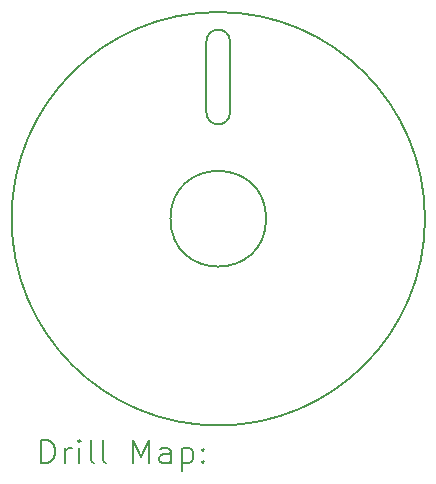
<source format=gbr>
%TF.GenerationSoftware,KiCad,Pcbnew,8.0.7*%
%TF.CreationDate,2025-03-03T17:11:46+00:00*%
%TF.ProjectId,view_screen,76696577-5f73-4637-9265-656e2e6b6963,rev?*%
%TF.SameCoordinates,Original*%
%TF.FileFunction,Drillmap*%
%TF.FilePolarity,Positive*%
%FSLAX45Y45*%
G04 Gerber Fmt 4.5, Leading zero omitted, Abs format (unit mm)*
G04 Created by KiCad (PCBNEW 8.0.7) date 2025-03-03 17:11:46*
%MOMM*%
%LPD*%
G01*
G04 APERTURE LIST*
%ADD10C,0.200000*%
G04 APERTURE END LIST*
D10*
X10100000Y-9100000D02*
G75*
G02*
X9900000Y-9100000I-100000J0D01*
G01*
X9900000Y-8500000D02*
X9900000Y-9100000D01*
X10100000Y-9100000D02*
X10100000Y-8500000D01*
X9900000Y-8500000D02*
G75*
G02*
X10100000Y-8500000I100000J0D01*
G01*
X11750000Y-10000000D02*
G75*
G02*
X8250000Y-10000000I-1750000J0D01*
G01*
X8250000Y-10000000D02*
G75*
G02*
X11750000Y-10000000I1750000J0D01*
G01*
X10405000Y-10000000D02*
G75*
G02*
X9595000Y-10000000I-405000J0D01*
G01*
X9595000Y-10000000D02*
G75*
G02*
X10405000Y-10000000I405000J0D01*
G01*
X8500777Y-12071484D02*
X8500777Y-11871484D01*
X8500777Y-11871484D02*
X8548396Y-11871484D01*
X8548396Y-11871484D02*
X8576967Y-11881008D01*
X8576967Y-11881008D02*
X8596015Y-11900055D01*
X8596015Y-11900055D02*
X8605539Y-11919103D01*
X8605539Y-11919103D02*
X8615063Y-11957198D01*
X8615063Y-11957198D02*
X8615063Y-11985769D01*
X8615063Y-11985769D02*
X8605539Y-12023865D01*
X8605539Y-12023865D02*
X8596015Y-12042912D01*
X8596015Y-12042912D02*
X8576967Y-12061960D01*
X8576967Y-12061960D02*
X8548396Y-12071484D01*
X8548396Y-12071484D02*
X8500777Y-12071484D01*
X8700777Y-12071484D02*
X8700777Y-11938150D01*
X8700777Y-11976246D02*
X8710301Y-11957198D01*
X8710301Y-11957198D02*
X8719824Y-11947674D01*
X8719824Y-11947674D02*
X8738872Y-11938150D01*
X8738872Y-11938150D02*
X8757920Y-11938150D01*
X8824586Y-12071484D02*
X8824586Y-11938150D01*
X8824586Y-11871484D02*
X8815063Y-11881008D01*
X8815063Y-11881008D02*
X8824586Y-11890531D01*
X8824586Y-11890531D02*
X8834110Y-11881008D01*
X8834110Y-11881008D02*
X8824586Y-11871484D01*
X8824586Y-11871484D02*
X8824586Y-11890531D01*
X8948396Y-12071484D02*
X8929348Y-12061960D01*
X8929348Y-12061960D02*
X8919824Y-12042912D01*
X8919824Y-12042912D02*
X8919824Y-11871484D01*
X9053158Y-12071484D02*
X9034110Y-12061960D01*
X9034110Y-12061960D02*
X9024586Y-12042912D01*
X9024586Y-12042912D02*
X9024586Y-11871484D01*
X9281729Y-12071484D02*
X9281729Y-11871484D01*
X9281729Y-11871484D02*
X9348396Y-12014341D01*
X9348396Y-12014341D02*
X9415063Y-11871484D01*
X9415063Y-11871484D02*
X9415063Y-12071484D01*
X9596015Y-12071484D02*
X9596015Y-11966722D01*
X9596015Y-11966722D02*
X9586491Y-11947674D01*
X9586491Y-11947674D02*
X9567444Y-11938150D01*
X9567444Y-11938150D02*
X9529348Y-11938150D01*
X9529348Y-11938150D02*
X9510301Y-11947674D01*
X9596015Y-12061960D02*
X9576967Y-12071484D01*
X9576967Y-12071484D02*
X9529348Y-12071484D01*
X9529348Y-12071484D02*
X9510301Y-12061960D01*
X9510301Y-12061960D02*
X9500777Y-12042912D01*
X9500777Y-12042912D02*
X9500777Y-12023865D01*
X9500777Y-12023865D02*
X9510301Y-12004817D01*
X9510301Y-12004817D02*
X9529348Y-11995293D01*
X9529348Y-11995293D02*
X9576967Y-11995293D01*
X9576967Y-11995293D02*
X9596015Y-11985769D01*
X9691253Y-11938150D02*
X9691253Y-12138150D01*
X9691253Y-11947674D02*
X9710301Y-11938150D01*
X9710301Y-11938150D02*
X9748396Y-11938150D01*
X9748396Y-11938150D02*
X9767444Y-11947674D01*
X9767444Y-11947674D02*
X9776967Y-11957198D01*
X9776967Y-11957198D02*
X9786491Y-11976246D01*
X9786491Y-11976246D02*
X9786491Y-12033388D01*
X9786491Y-12033388D02*
X9776967Y-12052436D01*
X9776967Y-12052436D02*
X9767444Y-12061960D01*
X9767444Y-12061960D02*
X9748396Y-12071484D01*
X9748396Y-12071484D02*
X9710301Y-12071484D01*
X9710301Y-12071484D02*
X9691253Y-12061960D01*
X9872205Y-12052436D02*
X9881729Y-12061960D01*
X9881729Y-12061960D02*
X9872205Y-12071484D01*
X9872205Y-12071484D02*
X9862682Y-12061960D01*
X9862682Y-12061960D02*
X9872205Y-12052436D01*
X9872205Y-12052436D02*
X9872205Y-12071484D01*
X9872205Y-11947674D02*
X9881729Y-11957198D01*
X9881729Y-11957198D02*
X9872205Y-11966722D01*
X9872205Y-11966722D02*
X9862682Y-11957198D01*
X9862682Y-11957198D02*
X9872205Y-11947674D01*
X9872205Y-11947674D02*
X9872205Y-11966722D01*
M02*

</source>
